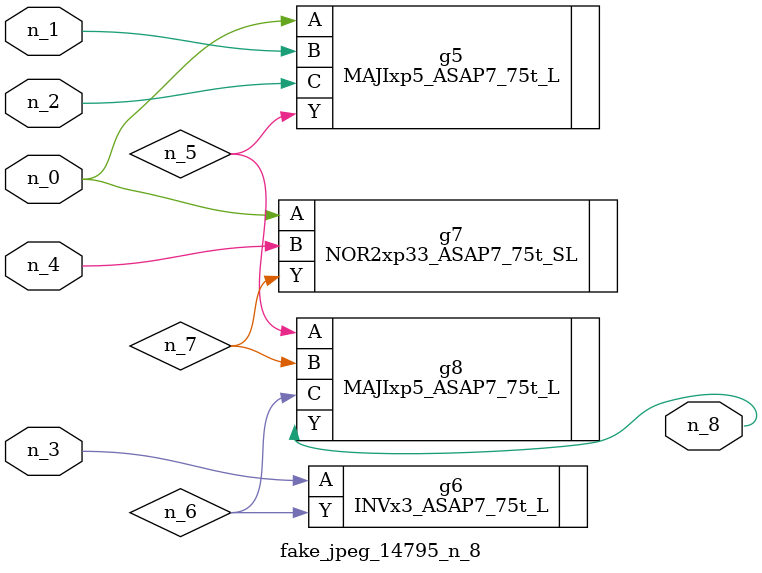
<source format=v>
module fake_jpeg_14795_n_8 (n_3, n_2, n_1, n_0, n_4, n_8);

input n_3;
input n_2;
input n_1;
input n_0;
input n_4;

output n_8;

wire n_6;
wire n_5;
wire n_7;

MAJIxp5_ASAP7_75t_L g5 ( 
.A(n_0),
.B(n_1),
.C(n_2),
.Y(n_5)
);

INVx3_ASAP7_75t_L g6 ( 
.A(n_3),
.Y(n_6)
);

NOR2xp33_ASAP7_75t_SL g7 ( 
.A(n_0),
.B(n_4),
.Y(n_7)
);

MAJIxp5_ASAP7_75t_L g8 ( 
.A(n_5),
.B(n_7),
.C(n_6),
.Y(n_8)
);


endmodule
</source>
